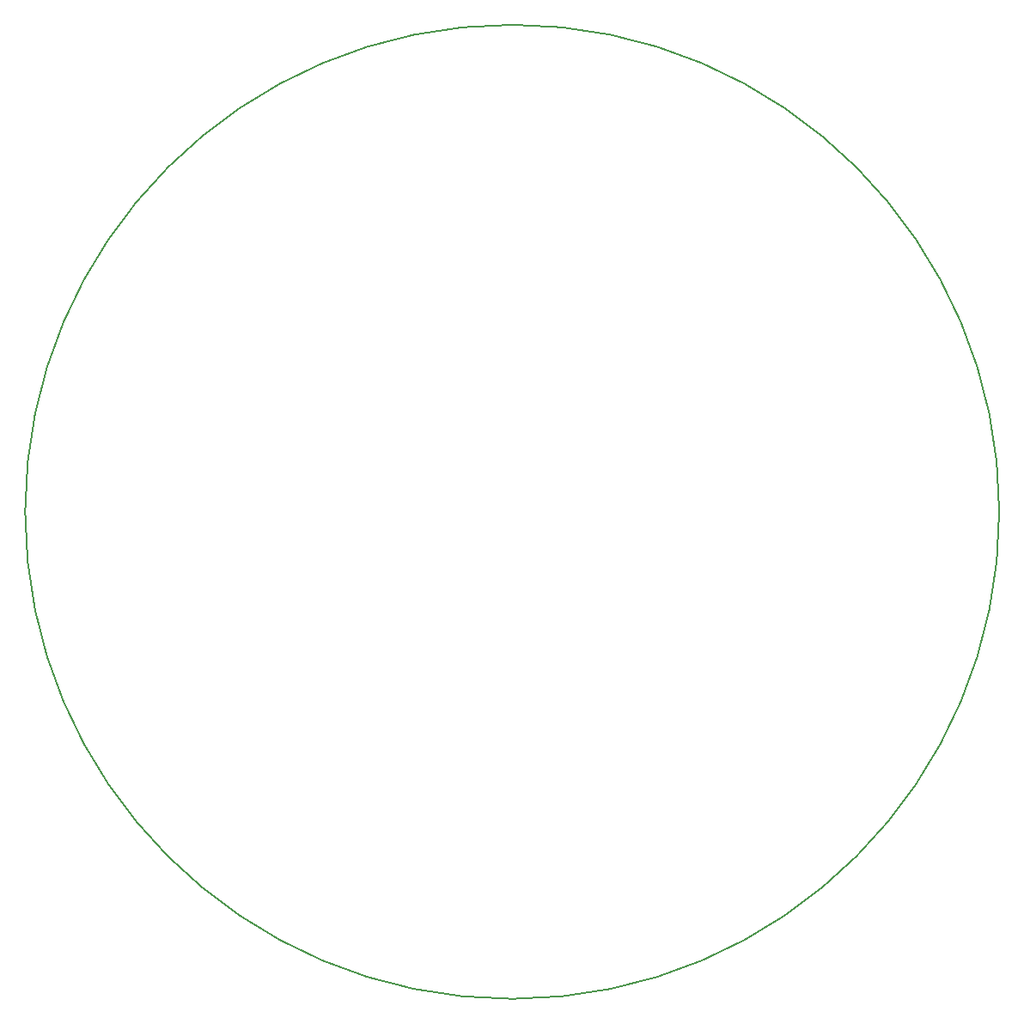
<source format=gm1>
G04 #@! TF.GenerationSoftware,KiCad,Pcbnew,(6.0.8)*
G04 #@! TF.CreationDate,2022-11-17T16:59:53+01:00*
G04 #@! TF.ProjectId,detection_pcb,64657465-6374-4696-9f6e-5f7063622e6b,rev?*
G04 #@! TF.SameCoordinates,Original*
G04 #@! TF.FileFunction,Profile,NP*
%FSLAX46Y46*%
G04 Gerber Fmt 4.6, Leading zero omitted, Abs format (unit mm)*
G04 Created by KiCad (PCBNEW (6.0.8)) date 2022-11-17 16:59:53*
%MOMM*%
%LPD*%
G01*
G04 APERTURE LIST*
G04 #@! TA.AperFunction,Profile*
%ADD10C,0.150000*%
G04 #@! TD*
G04 APERTURE END LIST*
D10*
X198000000Y-101900000D02*
G75*
G03*
X198000000Y-101900000I-48000000J0D01*
G01*
M02*

</source>
